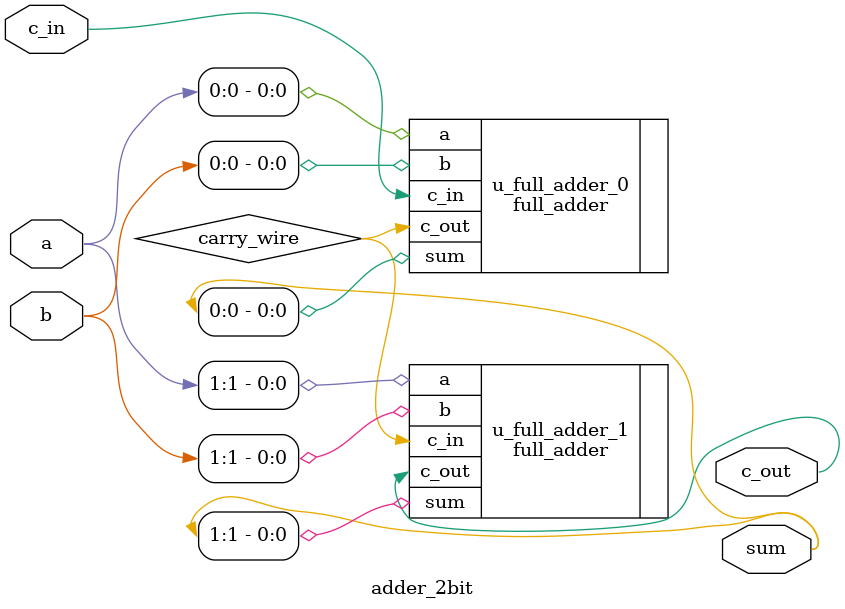
<source format=v>
module adder_2bit(
    a,
    b,
    sum,
    c_in,
    c_out
);

input [1:0] a;
input [1:0] b;
input c_in;

output [1:0] sum;
output c_out;

wire carry_wire;

full_adder u_full_adder_0(
    .a(a[0]),
    .b(b[0]),
    .sum(sum[0]),
    .c_in(c_in),
    .c_out(carry_wire)
);

full_adder u_full_adder_1(
    .a(a[1]),
    .b(b[1]),
    .sum(sum[1]),
    .c_in(carry_wire),
    .c_out(c_out)
);

endmodule
</source>
